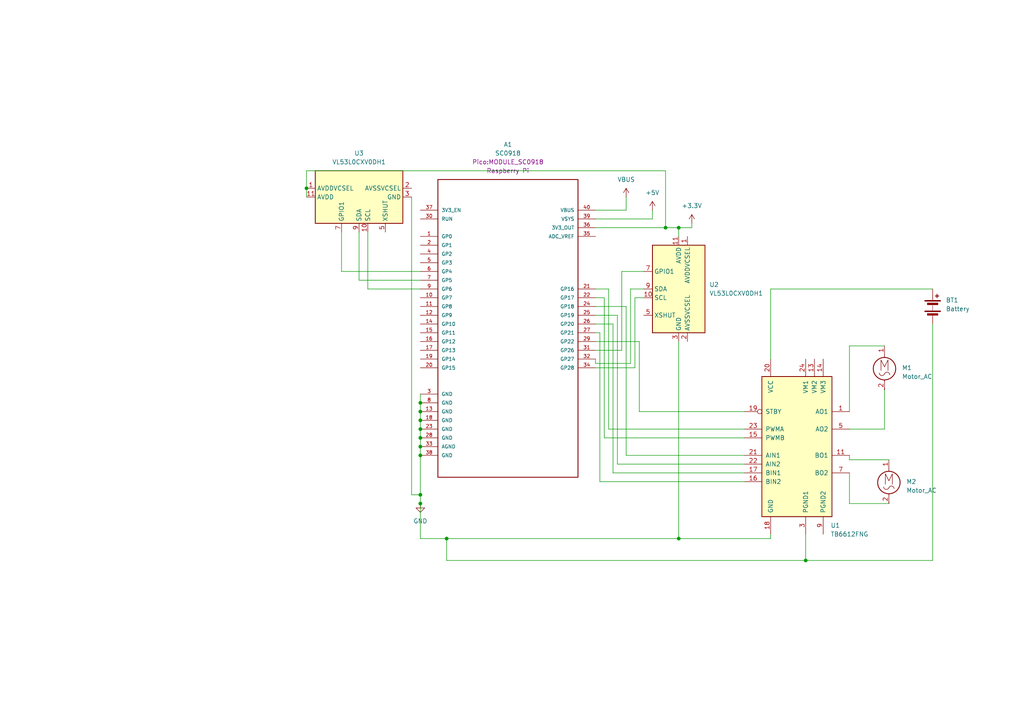
<source format=kicad_sch>
(kicad_sch
	(version 20250114)
	(generator "eeschema")
	(generator_version "9.0")
	(uuid "07943102-457a-4bdf-a629-831e6aeb5dd5")
	(paper "A4")
	(lib_symbols
		(symbol "Device:Battery"
			(pin_numbers
				(hide yes)
			)
			(pin_names
				(offset 0)
				(hide yes)
			)
			(exclude_from_sim no)
			(in_bom yes)
			(on_board yes)
			(property "Reference" "BT"
				(at 2.54 2.54 0)
				(effects
					(font
						(size 1.27 1.27)
					)
					(justify left)
				)
			)
			(property "Value" "Battery"
				(at 2.54 0 0)
				(effects
					(font
						(size 1.27 1.27)
					)
					(justify left)
				)
			)
			(property "Footprint" ""
				(at 0 1.524 90)
				(effects
					(font
						(size 1.27 1.27)
					)
					(hide yes)
				)
			)
			(property "Datasheet" "~"
				(at 0 1.524 90)
				(effects
					(font
						(size 1.27 1.27)
					)
					(hide yes)
				)
			)
			(property "Description" "Multiple-cell battery"
				(at 0 0 0)
				(effects
					(font
						(size 1.27 1.27)
					)
					(hide yes)
				)
			)
			(property "ki_keywords" "batt voltage-source cell"
				(at 0 0 0)
				(effects
					(font
						(size 1.27 1.27)
					)
					(hide yes)
				)
			)
			(symbol "Battery_0_1"
				(rectangle
					(start -2.286 1.778)
					(end 2.286 1.524)
					(stroke
						(width 0)
						(type default)
					)
					(fill
						(type outline)
					)
				)
				(rectangle
					(start -2.286 -1.27)
					(end 2.286 -1.524)
					(stroke
						(width 0)
						(type default)
					)
					(fill
						(type outline)
					)
				)
				(rectangle
					(start -1.524 1.016)
					(end 1.524 0.508)
					(stroke
						(width 0)
						(type default)
					)
					(fill
						(type outline)
					)
				)
				(rectangle
					(start -1.524 -2.032)
					(end 1.524 -2.54)
					(stroke
						(width 0)
						(type default)
					)
					(fill
						(type outline)
					)
				)
				(polyline
					(pts
						(xy 0 1.778) (xy 0 2.54)
					)
					(stroke
						(width 0)
						(type default)
					)
					(fill
						(type none)
					)
				)
				(polyline
					(pts
						(xy 0 0) (xy 0 0.254)
					)
					(stroke
						(width 0)
						(type default)
					)
					(fill
						(type none)
					)
				)
				(polyline
					(pts
						(xy 0 -0.508) (xy 0 -0.254)
					)
					(stroke
						(width 0)
						(type default)
					)
					(fill
						(type none)
					)
				)
				(polyline
					(pts
						(xy 0 -1.016) (xy 0 -0.762)
					)
					(stroke
						(width 0)
						(type default)
					)
					(fill
						(type none)
					)
				)
				(polyline
					(pts
						(xy 0.762 3.048) (xy 1.778 3.048)
					)
					(stroke
						(width 0.254)
						(type default)
					)
					(fill
						(type none)
					)
				)
				(polyline
					(pts
						(xy 1.27 3.556) (xy 1.27 2.54)
					)
					(stroke
						(width 0.254)
						(type default)
					)
					(fill
						(type none)
					)
				)
			)
			(symbol "Battery_1_1"
				(pin passive line
					(at 0 5.08 270)
					(length 2.54)
					(name "+"
						(effects
							(font
								(size 1.27 1.27)
							)
						)
					)
					(number "1"
						(effects
							(font
								(size 1.27 1.27)
							)
						)
					)
				)
				(pin passive line
					(at 0 -5.08 90)
					(length 2.54)
					(name "-"
						(effects
							(font
								(size 1.27 1.27)
							)
						)
					)
					(number "2"
						(effects
							(font
								(size 1.27 1.27)
							)
						)
					)
				)
			)
			(embedded_fonts no)
		)
		(symbol "Driver_Motor:TB6612FNG"
			(pin_names
				(offset 1.016)
			)
			(exclude_from_sim no)
			(in_bom yes)
			(on_board yes)
			(property "Reference" "U"
				(at 11.43 17.78 0)
				(effects
					(font
						(size 1.27 1.27)
					)
					(justify left)
				)
			)
			(property "Value" "TB6612FNG"
				(at 11.43 15.24 0)
				(effects
					(font
						(size 1.27 1.27)
					)
					(justify left)
				)
			)
			(property "Footprint" "Package_SO:SSOP-24_5.3x8.2mm_P0.65mm"
				(at 33.02 -22.86 0)
				(effects
					(font
						(size 1.27 1.27)
					)
					(hide yes)
				)
			)
			(property "Datasheet" "https://toshiba.semicon-storage.com/us/product/linear/motordriver/detail.TB6612FNG.html"
				(at 11.43 15.24 0)
				(effects
					(font
						(size 1.27 1.27)
					)
					(hide yes)
				)
			)
			(property "Description" "Driver IC for Dual DC motor, SSOP-24"
				(at 0 0 0)
				(effects
					(font
						(size 1.27 1.27)
					)
					(hide yes)
				)
			)
			(property "ki_keywords" "H-bridge motor driver"
				(at 0 0 0)
				(effects
					(font
						(size 1.27 1.27)
					)
					(hide yes)
				)
			)
			(property "ki_fp_filters" "SSOP-24*5.3x8.2mm*P0.65mm*"
				(at 0 0 0)
				(effects
					(font
						(size 1.27 1.27)
					)
					(hide yes)
				)
			)
			(symbol "TB6612FNG_0_1"
				(rectangle
					(start -10.16 20.32)
					(end 10.16 -20.32)
					(stroke
						(width 0.254)
						(type default)
					)
					(fill
						(type background)
					)
				)
			)
			(symbol "TB6612FNG_1_1"
				(pin input inverted
					(at -15.24 10.16 0)
					(length 5.08)
					(name "STBY"
						(effects
							(font
								(size 1.27 1.27)
							)
						)
					)
					(number "19"
						(effects
							(font
								(size 1.27 1.27)
							)
						)
					)
				)
				(pin input line
					(at -15.24 5.08 0)
					(length 5.08)
					(name "PWMA"
						(effects
							(font
								(size 1.27 1.27)
							)
						)
					)
					(number "23"
						(effects
							(font
								(size 1.27 1.27)
							)
						)
					)
				)
				(pin input line
					(at -15.24 2.54 0)
					(length 5.08)
					(name "PWMB"
						(effects
							(font
								(size 1.27 1.27)
							)
						)
					)
					(number "15"
						(effects
							(font
								(size 1.27 1.27)
							)
						)
					)
				)
				(pin input line
					(at -15.24 -2.54 0)
					(length 5.08)
					(name "AIN1"
						(effects
							(font
								(size 1.27 1.27)
							)
						)
					)
					(number "21"
						(effects
							(font
								(size 1.27 1.27)
							)
						)
					)
				)
				(pin input line
					(at -15.24 -5.08 0)
					(length 5.08)
					(name "AIN2"
						(effects
							(font
								(size 1.27 1.27)
							)
						)
					)
					(number "22"
						(effects
							(font
								(size 1.27 1.27)
							)
						)
					)
				)
				(pin input line
					(at -15.24 -7.62 0)
					(length 5.08)
					(name "BIN1"
						(effects
							(font
								(size 1.27 1.27)
							)
						)
					)
					(number "17"
						(effects
							(font
								(size 1.27 1.27)
							)
						)
					)
				)
				(pin input line
					(at -15.24 -10.16 0)
					(length 5.08)
					(name "BIN2"
						(effects
							(font
								(size 1.27 1.27)
							)
						)
					)
					(number "16"
						(effects
							(font
								(size 1.27 1.27)
							)
						)
					)
				)
				(pin power_in line
					(at -7.62 25.4 270)
					(length 5.08)
					(name "VCC"
						(effects
							(font
								(size 1.27 1.27)
							)
						)
					)
					(number "20"
						(effects
							(font
								(size 1.27 1.27)
							)
						)
					)
				)
				(pin power_in line
					(at -7.62 -25.4 90)
					(length 5.08)
					(name "GND"
						(effects
							(font
								(size 1.27 1.27)
							)
						)
					)
					(number "18"
						(effects
							(font
								(size 1.27 1.27)
							)
						)
					)
				)
				(pin power_in line
					(at 2.54 25.4 270)
					(length 5.08)
					(name "VM1"
						(effects
							(font
								(size 1.27 1.27)
							)
						)
					)
					(number "24"
						(effects
							(font
								(size 1.27 1.27)
							)
						)
					)
				)
				(pin power_in line
					(at 2.54 -25.4 90)
					(length 5.08)
					(name "PGND1"
						(effects
							(font
								(size 1.27 1.27)
							)
						)
					)
					(number "3"
						(effects
							(font
								(size 1.27 1.27)
							)
						)
					)
				)
				(pin passive line
					(at 2.54 -25.4 90)
					(length 5.08)
					(hide yes)
					(name "PGND1"
						(effects
							(font
								(size 1.27 1.27)
							)
						)
					)
					(number "4"
						(effects
							(font
								(size 1.27 1.27)
							)
						)
					)
				)
				(pin power_in line
					(at 5.08 25.4 270)
					(length 5.08)
					(name "VM2"
						(effects
							(font
								(size 1.27 1.27)
							)
						)
					)
					(number "13"
						(effects
							(font
								(size 1.27 1.27)
							)
						)
					)
				)
				(pin power_in line
					(at 7.62 25.4 270)
					(length 5.08)
					(name "VM3"
						(effects
							(font
								(size 1.27 1.27)
							)
						)
					)
					(number "14"
						(effects
							(font
								(size 1.27 1.27)
							)
						)
					)
				)
				(pin passive line
					(at 7.62 -25.4 90)
					(length 5.08)
					(hide yes)
					(name "PGND2"
						(effects
							(font
								(size 1.27 1.27)
							)
						)
					)
					(number "10"
						(effects
							(font
								(size 1.27 1.27)
							)
						)
					)
				)
				(pin power_in line
					(at 7.62 -25.4 90)
					(length 5.08)
					(name "PGND2"
						(effects
							(font
								(size 1.27 1.27)
							)
						)
					)
					(number "9"
						(effects
							(font
								(size 1.27 1.27)
							)
						)
					)
				)
				(pin output line
					(at 15.24 10.16 180)
					(length 5.08)
					(name "AO1"
						(effects
							(font
								(size 1.27 1.27)
							)
						)
					)
					(number "1"
						(effects
							(font
								(size 1.27 1.27)
							)
						)
					)
				)
				(pin passive line
					(at 15.24 10.16 180)
					(length 5.08)
					(hide yes)
					(name "AO1"
						(effects
							(font
								(size 1.27 1.27)
							)
						)
					)
					(number "2"
						(effects
							(font
								(size 1.27 1.27)
							)
						)
					)
				)
				(pin output line
					(at 15.24 5.08 180)
					(length 5.08)
					(name "AO2"
						(effects
							(font
								(size 1.27 1.27)
							)
						)
					)
					(number "5"
						(effects
							(font
								(size 1.27 1.27)
							)
						)
					)
				)
				(pin passive line
					(at 15.24 5.08 180)
					(length 5.08)
					(hide yes)
					(name "AO2"
						(effects
							(font
								(size 1.27 1.27)
							)
						)
					)
					(number "6"
						(effects
							(font
								(size 1.27 1.27)
							)
						)
					)
				)
				(pin output line
					(at 15.24 -2.54 180)
					(length 5.08)
					(name "BO1"
						(effects
							(font
								(size 1.27 1.27)
							)
						)
					)
					(number "11"
						(effects
							(font
								(size 1.27 1.27)
							)
						)
					)
				)
				(pin passive line
					(at 15.24 -2.54 180)
					(length 5.08)
					(hide yes)
					(name "BO1"
						(effects
							(font
								(size 1.27 1.27)
							)
						)
					)
					(number "12"
						(effects
							(font
								(size 1.27 1.27)
							)
						)
					)
				)
				(pin output line
					(at 15.24 -7.62 180)
					(length 5.08)
					(name "BO2"
						(effects
							(font
								(size 1.27 1.27)
							)
						)
					)
					(number "7"
						(effects
							(font
								(size 1.27 1.27)
							)
						)
					)
				)
				(pin passive line
					(at 15.24 -7.62 180)
					(length 5.08)
					(hide yes)
					(name "BO2"
						(effects
							(font
								(size 1.27 1.27)
							)
						)
					)
					(number "8"
						(effects
							(font
								(size 1.27 1.27)
							)
						)
					)
				)
			)
			(embedded_fonts no)
		)
		(symbol "Motor:Motor_AC"
			(pin_names
				(offset 0)
			)
			(exclude_from_sim no)
			(in_bom yes)
			(on_board yes)
			(property "Reference" "M"
				(at 2.54 2.54 0)
				(effects
					(font
						(size 1.27 1.27)
					)
					(justify left)
				)
			)
			(property "Value" "Motor_AC"
				(at 2.54 -5.08 0)
				(effects
					(font
						(size 1.27 1.27)
					)
					(justify left top)
				)
			)
			(property "Footprint" ""
				(at 0 -2.286 0)
				(effects
					(font
						(size 1.27 1.27)
					)
					(hide yes)
				)
			)
			(property "Datasheet" "~"
				(at 0 -2.286 0)
				(effects
					(font
						(size 1.27 1.27)
					)
					(hide yes)
				)
			)
			(property "Description" "AC Motor"
				(at 0 0 0)
				(effects
					(font
						(size 1.27 1.27)
					)
					(hide yes)
				)
			)
			(property "ki_keywords" "AC Motor"
				(at 0 0 0)
				(effects
					(font
						(size 1.27 1.27)
					)
					(hide yes)
				)
			)
			(property "ki_fp_filters" "PinHeader*P2.54mm* TerminalBlock*"
				(at 0 0 0)
				(effects
					(font
						(size 1.27 1.27)
					)
					(hide yes)
				)
			)
			(symbol "Motor_AC_0_0"
				(polyline
					(pts
						(xy -1.016 -2.032) (xy -1.016 1.016) (xy 0 -1.016) (xy 1.016 1.016) (xy 1.016 -2.032)
					)
					(stroke
						(width 0)
						(type default)
					)
					(fill
						(type none)
					)
				)
				(arc
					(start 0 -3.048)
					(mid -0.8622 -3.5222)
					(end -1.524 -2.794)
					(stroke
						(width 0)
						(type default)
					)
					(fill
						(type none)
					)
				)
				(arc
					(start 0 -3.048)
					(mid 0.8657 -2.5527)
					(end 1.524 -3.302)
					(stroke
						(width 0)
						(type default)
					)
					(fill
						(type none)
					)
				)
			)
			(symbol "Motor_AC_0_1"
				(polyline
					(pts
						(xy 0 2.032) (xy 0 2.54)
					)
					(stroke
						(width 0)
						(type default)
					)
					(fill
						(type none)
					)
				)
				(polyline
					(pts
						(xy 0 1.7272) (xy 0 2.0828)
					)
					(stroke
						(width 0)
						(type default)
					)
					(fill
						(type none)
					)
				)
				(circle
					(center 0 -1.524)
					(radius 3.2512)
					(stroke
						(width 0.254)
						(type default)
					)
					(fill
						(type none)
					)
				)
				(polyline
					(pts
						(xy 0 -4.7752) (xy 0 -5.1816)
					)
					(stroke
						(width 0)
						(type default)
					)
					(fill
						(type none)
					)
				)
				(polyline
					(pts
						(xy 0 -7.62) (xy 0 -7.112)
					)
					(stroke
						(width 0)
						(type default)
					)
					(fill
						(type none)
					)
				)
			)
			(symbol "Motor_AC_1_1"
				(pin passive line
					(at 0 5.08 270)
					(length 2.54)
					(name "~"
						(effects
							(font
								(size 1.27 1.27)
							)
						)
					)
					(number "1"
						(effects
							(font
								(size 1.27 1.27)
							)
						)
					)
				)
				(pin passive line
					(at 0 -7.62 90)
					(length 2.54)
					(name "~"
						(effects
							(font
								(size 1.27 1.27)
							)
						)
					)
					(number "2"
						(effects
							(font
								(size 1.27 1.27)
							)
						)
					)
				)
			)
			(embedded_fonts no)
		)
		(symbol "Pico:SC0918"
			(pin_names
				(offset 1.016)
			)
			(exclude_from_sim no)
			(in_bom yes)
			(on_board yes)
			(property "Reference" "A1"
				(at 0 58.42 0)
				(effects
					(font
						(size 1.27 1.27)
					)
				)
			)
			(property "Value" "SC0918"
				(at 0 55.88 0)
				(effects
					(font
						(size 1.27 1.27)
					)
				)
			)
			(property "Footprint" "Pico:MODULE_SC0918"
				(at -12.7 -46.99 0)
				(effects
					(font
						(size 1.27 1.27)
					)
					(justify bottom)
				)
			)
			(property "Datasheet" "https://datasheets.raspberrypi.com/picow/pico-w-datasheet.pdf"
				(at -26.67 -49.53 0)
				(effects
					(font
						(size 1.27 1.27)
					)
					(justify left bottom)
					(hide yes)
				)
			)
			(property "Description" ""
				(at 0 0 0)
				(effects
					(font
						(size 1.27 1.27)
					)
					(hide yes)
				)
			)
			(property "manufacturer" "Raspberry Pi"
				(at 0 53.34 0)
				(effects
					(font
						(size 1.27 1.27)
					)
				)
			)
			(property "P/N" "SC0918"
				(at 0 50.8 0)
				(effects
					(font
						(size 1.27 1.27)
					)
					(hide yes)
				)
			)
			(property "PARTREV" "1.6"
				(at 0 48.26 0)
				(effects
					(font
						(size 1.27 1.27)
					)
					(hide yes)
				)
			)
			(property "MAXIMUM_PACKAGE_HEIGHT" "3.73mm"
				(at 0 45.72 0)
				(effects
					(font
						(size 1.27 1.27)
					)
					(hide yes)
				)
			)
			(symbol "SC0918_0_0"
				(rectangle
					(start -20.32 -43.18)
					(end 20.32 43.18)
					(stroke
						(width 0.254)
						(type default)
					)
					(fill
						(type none)
					)
				)
				(pin input line
					(at -25.4 34.29 0)
					(length 5.08)
					(name "3V3_EN"
						(effects
							(font
								(size 1.016 1.016)
							)
						)
					)
					(number "37"
						(effects
							(font
								(size 1.016 1.016)
							)
						)
					)
				)
				(pin input line
					(at -25.4 31.75 0)
					(length 5.08)
					(name "RUN"
						(effects
							(font
								(size 1.016 1.016)
							)
						)
					)
					(number "30"
						(effects
							(font
								(size 1.016 1.016)
							)
						)
					)
				)
				(pin bidirectional line
					(at -25.4 26.67 0)
					(length 5.08)
					(name "GP0"
						(effects
							(font
								(size 1.016 1.016)
							)
						)
					)
					(number "1"
						(effects
							(font
								(size 1.016 1.016)
							)
						)
					)
				)
				(pin bidirectional line
					(at -25.4 24.13 0)
					(length 5.08)
					(name "GP1"
						(effects
							(font
								(size 1.016 1.016)
							)
						)
					)
					(number "2"
						(effects
							(font
								(size 1.016 1.016)
							)
						)
					)
				)
				(pin bidirectional line
					(at -25.4 21.59 0)
					(length 5.08)
					(name "GP2"
						(effects
							(font
								(size 1.016 1.016)
							)
						)
					)
					(number "4"
						(effects
							(font
								(size 1.016 1.016)
							)
						)
					)
				)
				(pin bidirectional line
					(at -25.4 19.05 0)
					(length 5.08)
					(name "GP3"
						(effects
							(font
								(size 1.016 1.016)
							)
						)
					)
					(number "5"
						(effects
							(font
								(size 1.016 1.016)
							)
						)
					)
				)
				(pin bidirectional line
					(at -25.4 16.51 0)
					(length 5.08)
					(name "GP4"
						(effects
							(font
								(size 1.016 1.016)
							)
						)
					)
					(number "6"
						(effects
							(font
								(size 1.016 1.016)
							)
						)
					)
				)
				(pin bidirectional line
					(at -25.4 13.97 0)
					(length 5.08)
					(name "GP5"
						(effects
							(font
								(size 1.016 1.016)
							)
						)
					)
					(number "7"
						(effects
							(font
								(size 1.016 1.016)
							)
						)
					)
				)
				(pin bidirectional line
					(at -25.4 11.43 0)
					(length 5.08)
					(name "GP6"
						(effects
							(font
								(size 1.016 1.016)
							)
						)
					)
					(number "9"
						(effects
							(font
								(size 1.016 1.016)
							)
						)
					)
				)
				(pin bidirectional line
					(at -25.4 8.89 0)
					(length 5.08)
					(name "GP7"
						(effects
							(font
								(size 1.016 1.016)
							)
						)
					)
					(number "10"
						(effects
							(font
								(size 1.016 1.016)
							)
						)
					)
				)
				(pin bidirectional line
					(at -25.4 6.35 0)
					(length 5.08)
					(name "GP8"
						(effects
							(font
								(size 1.016 1.016)
							)
						)
					)
					(number "11"
						(effects
							(font
								(size 1.016 1.016)
							)
						)
					)
				)
				(pin bidirectional line
					(at -25.4 3.81 0)
					(length 5.08)
					(name "GP9"
						(effects
							(font
								(size 1.016 1.016)
							)
						)
					)
					(number "12"
						(effects
							(font
								(size 1.016 1.016)
							)
						)
					)
				)
				(pin bidirectional line
					(at -25.4 1.27 0)
					(length 5.08)
					(name "GP10"
						(effects
							(font
								(size 1.016 1.016)
							)
						)
					)
					(number "14"
						(effects
							(font
								(size 1.016 1.016)
							)
						)
					)
				)
				(pin bidirectional line
					(at -25.4 -1.27 0)
					(length 5.08)
					(name "GP11"
						(effects
							(font
								(size 1.016 1.016)
							)
						)
					)
					(number "15"
						(effects
							(font
								(size 1.016 1.016)
							)
						)
					)
				)
				(pin bidirectional line
					(at -25.4 -3.81 0)
					(length 5.08)
					(name "GP12"
						(effects
							(font
								(size 1.016 1.016)
							)
						)
					)
					(number "16"
						(effects
							(font
								(size 1.016 1.016)
							)
						)
					)
				)
				(pin bidirectional line
					(at -25.4 -6.35 0)
					(length 5.08)
					(name "GP13"
						(effects
							(font
								(size 1.016 1.016)
							)
						)
					)
					(number "17"
						(effects
							(font
								(size 1.016 1.016)
							)
						)
					)
				)
				(pin bidirectional line
					(at -25.4 -8.89 0)
					(length 5.08)
					(name "GP14"
						(effects
							(font
								(size 1.016 1.016)
							)
						)
					)
					(number "19"
						(effects
							(font
								(size 1.016 1.016)
							)
						)
					)
				)
				(pin bidirectional line
					(at -25.4 -11.43 0)
					(length 5.08)
					(name "GP15"
						(effects
							(font
								(size 1.016 1.016)
							)
						)
					)
					(number "20"
						(effects
							(font
								(size 1.016 1.016)
							)
						)
					)
				)
				(pin power_in line
					(at -25.4 -19.05 0)
					(length 5.08)
					(name "GND"
						(effects
							(font
								(size 1.016 1.016)
							)
						)
					)
					(number "3"
						(effects
							(font
								(size 1.016 1.016)
							)
						)
					)
				)
				(pin power_in line
					(at -25.4 -21.59 0)
					(length 5.08)
					(name "GND"
						(effects
							(font
								(size 1.016 1.016)
							)
						)
					)
					(number "8"
						(effects
							(font
								(size 1.016 1.016)
							)
						)
					)
				)
				(pin power_in line
					(at -25.4 -24.13 0)
					(length 5.08)
					(name "GND"
						(effects
							(font
								(size 1.016 1.016)
							)
						)
					)
					(number "13"
						(effects
							(font
								(size 1.016 1.016)
							)
						)
					)
				)
				(pin power_in line
					(at -25.4 -26.67 0)
					(length 5.08)
					(name "GND"
						(effects
							(font
								(size 1.016 1.016)
							)
						)
					)
					(number "18"
						(effects
							(font
								(size 1.016 1.016)
							)
						)
					)
				)
				(pin power_in line
					(at -25.4 -29.21 0)
					(length 5.08)
					(name "GND"
						(effects
							(font
								(size 1.016 1.016)
							)
						)
					)
					(number "23"
						(effects
							(font
								(size 1.016 1.016)
							)
						)
					)
				)
				(pin power_in line
					(at -25.4 -31.75 0)
					(length 5.08)
					(name "GND"
						(effects
							(font
								(size 1.016 1.016)
							)
						)
					)
					(number "28"
						(effects
							(font
								(size 1.016 1.016)
							)
						)
					)
				)
				(pin power_in line
					(at -25.4 -34.29 0)
					(length 5.08)
					(name "AGND"
						(effects
							(font
								(size 1.016 1.016)
							)
						)
					)
					(number "33"
						(effects
							(font
								(size 1.016 1.016)
							)
						)
					)
				)
				(pin power_in line
					(at -25.4 -36.83 0)
					(length 5.08)
					(name "GND"
						(effects
							(font
								(size 1.016 1.016)
							)
						)
					)
					(number "38"
						(effects
							(font
								(size 1.016 1.016)
							)
						)
					)
				)
				(pin free line
					(at 25.4 34.29 180)
					(length 5.08)
					(name "VBUS"
						(effects
							(font
								(size 1.016 1.016)
							)
						)
					)
					(number "40"
						(effects
							(font
								(size 1.016 1.016)
							)
						)
					)
				)
				(pin free line
					(at 25.4 31.75 180)
					(length 5.08)
					(name "VSYS"
						(effects
							(font
								(size 1.016 1.016)
							)
						)
					)
					(number "39"
						(effects
							(font
								(size 1.016 1.016)
							)
						)
					)
				)
				(pin power_in line
					(at 25.4 29.21 180)
					(length 5.08)
					(name "3V3_OUT"
						(effects
							(font
								(size 1.016 1.016)
							)
						)
					)
					(number "36"
						(effects
							(font
								(size 1.016 1.016)
							)
						)
					)
				)
				(pin power_in line
					(at 25.4 26.67 180)
					(length 5.08)
					(name "ADC_VREF"
						(effects
							(font
								(size 1.016 1.016)
							)
						)
					)
					(number "35"
						(effects
							(font
								(size 1.016 1.016)
							)
						)
					)
				)
				(pin bidirectional line
					(at 25.4 11.43 180)
					(length 5.08)
					(name "GP16"
						(effects
							(font
								(size 1.016 1.016)
							)
						)
					)
					(number "21"
						(effects
							(font
								(size 1.016 1.016)
							)
						)
					)
				)
				(pin bidirectional line
					(at 25.4 8.89 180)
					(length 5.08)
					(name "GP17"
						(effects
							(font
								(size 1.016 1.016)
							)
						)
					)
					(number "22"
						(effects
							(font
								(size 1.016 1.016)
							)
						)
					)
				)
				(pin bidirectional line
					(at 25.4 6.35 180)
					(length 5.08)
					(name "GP18"
						(effects
							(font
								(size 1.016 1.016)
							)
						)
					)
					(number "24"
						(effects
							(font
								(size 1.016 1.016)
							)
						)
					)
				)
				(pin bidirectional line
					(at 25.4 3.81 180)
					(length 5.08)
					(name "GP19"
						(effects
							(font
								(size 1.016 1.016)
							)
						)
					)
					(number "25"
						(effects
							(font
								(size 1.016 1.016)
							)
						)
					)
				)
				(pin bidirectional line
					(at 25.4 1.27 180)
					(length 5.08)
					(name "GP20"
						(effects
							(font
								(size 1.016 1.016)
							)
						)
					)
					(number "26"
						(effects
							(font
								(size 1.016 1.016)
							)
						)
					)
				)
				(pin bidirectional line
					(at 25.4 -1.27 180)
					(length 5.08)
					(name "GP21"
						(effects
							(font
								(size 1.016 1.016)
							)
						)
					)
					(number "27"
						(effects
							(font
								(size 1.016 1.016)
							)
						)
					)
				)
				(pin bidirectional line
					(at 25.4 -3.81 180)
					(length 5.08)
					(name "GP22"
						(effects
							(font
								(size 1.016 1.016)
							)
						)
					)
					(number "29"
						(effects
							(font
								(size 1.016 1.016)
							)
						)
					)
				)
				(pin bidirectional line
					(at 25.4 -6.35 180)
					(length 5.08)
					(name "GP26"
						(effects
							(font
								(size 1.016 1.016)
							)
						)
					)
					(number "31"
						(effects
							(font
								(size 1.016 1.016)
							)
						)
					)
				)
				(pin bidirectional line
					(at 25.4 -8.89 180)
					(length 5.08)
					(name "GP27"
						(effects
							(font
								(size 1.016 1.016)
							)
						)
					)
					(number "32"
						(effects
							(font
								(size 1.016 1.016)
							)
						)
					)
				)
				(pin bidirectional line
					(at 25.4 -11.43 180)
					(length 5.08)
					(name "GP28"
						(effects
							(font
								(size 1.016 1.016)
							)
						)
					)
					(number "34"
						(effects
							(font
								(size 1.016 1.016)
							)
						)
					)
				)
			)
			(embedded_fonts no)
		)
		(symbol "Sensor_Distance:VL53L0CXV0DH1"
			(exclude_from_sim no)
			(in_bom yes)
			(on_board yes)
			(property "Reference" "U"
				(at -6.35 13.97 0)
				(effects
					(font
						(size 1.27 1.27)
					)
				)
			)
			(property "Value" "VL53L0CXV0DH1"
				(at 12.065 13.97 0)
				(effects
					(font
						(size 1.27 1.27)
					)
				)
			)
			(property "Footprint" "Sensor_Distance:ST_VL53L1x"
				(at 17.145 -13.97 0)
				(effects
					(font
						(size 1.27 1.27)
					)
					(hide yes)
				)
			)
			(property "Datasheet" "https://www.st.com/resource/en/datasheet/vl53l0x.pdf"
				(at 2.54 0 0)
				(effects
					(font
						(size 1.27 1.27)
					)
					(hide yes)
				)
			)
			(property "Description" "2m distance ranging ToF sensor, Optical LGA12"
				(at 0 0 0)
				(effects
					(font
						(size 1.27 1.27)
					)
					(hide yes)
				)
			)
			(property "ki_keywords" "VL53L0x ToF"
				(at 0 0 0)
				(effects
					(font
						(size 1.27 1.27)
					)
					(hide yes)
				)
			)
			(property "ki_fp_filters" "ST*VL53L1x*"
				(at 0 0 0)
				(effects
					(font
						(size 1.27 1.27)
					)
					(hide yes)
				)
			)
			(symbol "VL53L0CXV0DH1_0_1"
				(rectangle
					(start -7.62 12.7)
					(end 7.62 -12.7)
					(stroke
						(width 0.254)
						(type default)
					)
					(fill
						(type background)
					)
				)
			)
			(symbol "VL53L0CXV0DH1_1_1"
				(pin open_collector line
					(at -10.16 5.08 0)
					(length 2.54)
					(name "GPIO1"
						(effects
							(font
								(size 1.27 1.27)
							)
						)
					)
					(number "7"
						(effects
							(font
								(size 1.27 1.27)
							)
						)
					)
				)
				(pin bidirectional line
					(at -10.16 0 0)
					(length 2.54)
					(name "SDA"
						(effects
							(font
								(size 1.27 1.27)
							)
						)
					)
					(number "9"
						(effects
							(font
								(size 1.27 1.27)
							)
						)
					)
				)
				(pin input line
					(at -10.16 -2.54 0)
					(length 2.54)
					(name "SCL"
						(effects
							(font
								(size 1.27 1.27)
							)
						)
					)
					(number "10"
						(effects
							(font
								(size 1.27 1.27)
							)
						)
					)
				)
				(pin input line
					(at -10.16 -7.62 0)
					(length 2.54)
					(name "XSHUT"
						(effects
							(font
								(size 1.27 1.27)
							)
						)
					)
					(number "5"
						(effects
							(font
								(size 1.27 1.27)
							)
						)
					)
				)
				(pin no_connect line
					(at -7.62 7.62 0)
					(length 2.54)
					(hide yes)
					(name "DNC"
						(effects
							(font
								(size 1.27 1.27)
							)
						)
					)
					(number "8"
						(effects
							(font
								(size 1.27 1.27)
							)
						)
					)
				)
				(pin power_in line
					(at 0 15.24 270)
					(length 2.54)
					(name "AVDD"
						(effects
							(font
								(size 1.27 1.27)
							)
						)
					)
					(number "11"
						(effects
							(font
								(size 1.27 1.27)
							)
						)
					)
				)
				(pin passive line
					(at 0 -15.24 90)
					(length 2.54)
					(hide yes)
					(name "GND"
						(effects
							(font
								(size 1.27 1.27)
							)
						)
					)
					(number "12"
						(effects
							(font
								(size 1.27 1.27)
							)
						)
					)
				)
				(pin power_in line
					(at 0 -15.24 90)
					(length 2.54)
					(name "GND"
						(effects
							(font
								(size 1.27 1.27)
							)
						)
					)
					(number "3"
						(effects
							(font
								(size 1.27 1.27)
							)
						)
					)
				)
				(pin passive line
					(at 0 -15.24 90)
					(length 2.54)
					(hide yes)
					(name "GND"
						(effects
							(font
								(size 1.27 1.27)
							)
						)
					)
					(number "4"
						(effects
							(font
								(size 1.27 1.27)
							)
						)
					)
				)
				(pin passive line
					(at 0 -15.24 90)
					(length 2.54)
					(hide yes)
					(name "GND"
						(effects
							(font
								(size 1.27 1.27)
							)
						)
					)
					(number "6"
						(effects
							(font
								(size 1.27 1.27)
							)
						)
					)
				)
				(pin power_in line
					(at 2.54 15.24 270)
					(length 2.54)
					(name "AVDDVCSEL"
						(effects
							(font
								(size 1.27 1.27)
							)
						)
					)
					(number "1"
						(effects
							(font
								(size 1.27 1.27)
							)
						)
					)
				)
				(pin power_in line
					(at 2.54 -15.24 90)
					(length 2.54)
					(name "AVSSVCSEL"
						(effects
							(font
								(size 1.27 1.27)
							)
						)
					)
					(number "2"
						(effects
							(font
								(size 1.27 1.27)
							)
						)
					)
				)
			)
			(embedded_fonts no)
		)
		(symbol "power:+3.3V"
			(power)
			(pin_numbers
				(hide yes)
			)
			(pin_names
				(offset 0)
				(hide yes)
			)
			(exclude_from_sim no)
			(in_bom yes)
			(on_board yes)
			(property "Reference" "#PWR"
				(at 0 -3.81 0)
				(effects
					(font
						(size 1.27 1.27)
					)
					(hide yes)
				)
			)
			(property "Value" "+3.3V"
				(at 0 3.556 0)
				(effects
					(font
						(size 1.27 1.27)
					)
				)
			)
			(property "Footprint" ""
				(at 0 0 0)
				(effects
					(font
						(size 1.27 1.27)
					)
					(hide yes)
				)
			)
			(property "Datasheet" ""
				(at 0 0 0)
				(effects
					(font
						(size 1.27 1.27)
					)
					(hide yes)
				)
			)
			(property "Description" "Power symbol creates a global label with name \"+3.3V\""
				(at 0 0 0)
				(effects
					(font
						(size 1.27 1.27)
					)
					(hide yes)
				)
			)
			(property "ki_keywords" "global power"
				(at 0 0 0)
				(effects
					(font
						(size 1.27 1.27)
					)
					(hide yes)
				)
			)
			(symbol "+3.3V_0_1"
				(polyline
					(pts
						(xy -0.762 1.27) (xy 0 2.54)
					)
					(stroke
						(width 0)
						(type default)
					)
					(fill
						(type none)
					)
				)
				(polyline
					(pts
						(xy 0 2.54) (xy 0.762 1.27)
					)
					(stroke
						(width 0)
						(type default)
					)
					(fill
						(type none)
					)
				)
				(polyline
					(pts
						(xy 0 0) (xy 0 2.54)
					)
					(stroke
						(width 0)
						(type default)
					)
					(fill
						(type none)
					)
				)
			)
			(symbol "+3.3V_1_1"
				(pin power_in line
					(at 0 0 90)
					(length 0)
					(name "~"
						(effects
							(font
								(size 1.27 1.27)
							)
						)
					)
					(number "1"
						(effects
							(font
								(size 1.27 1.27)
							)
						)
					)
				)
			)
			(embedded_fonts no)
		)
		(symbol "power:+5V"
			(power)
			(pin_numbers
				(hide yes)
			)
			(pin_names
				(offset 0)
				(hide yes)
			)
			(exclude_from_sim no)
			(in_bom yes)
			(on_board yes)
			(property "Reference" "#PWR"
				(at 0 -3.81 0)
				(effects
					(font
						(size 1.27 1.27)
					)
					(hide yes)
				)
			)
			(property "Value" "+5V"
				(at 0 3.556 0)
				(effects
					(font
						(size 1.27 1.27)
					)
				)
			)
			(property "Footprint" ""
				(at 0 0 0)
				(effects
					(font
						(size 1.27 1.27)
					)
					(hide yes)
				)
			)
			(property "Datasheet" ""
				(at 0 0 0)
				(effects
					(font
						(size 1.27 1.27)
					)
					(hide yes)
				)
			)
			(property "Description" "Power symbol creates a global label with name \"+5V\""
				(at 0 0 0)
				(effects
					(font
						(size 1.27 1.27)
					)
					(hide yes)
				)
			)
			(property "ki_keywords" "global power"
				(at 0 0 0)
				(effects
					(font
						(size 1.27 1.27)
					)
					(hide yes)
				)
			)
			(symbol "+5V_0_1"
				(polyline
					(pts
						(xy -0.762 1.27) (xy 0 2.54)
					)
					(stroke
						(width 0)
						(type default)
					)
					(fill
						(type none)
					)
				)
				(polyline
					(pts
						(xy 0 2.54) (xy 0.762 1.27)
					)
					(stroke
						(width 0)
						(type default)
					)
					(fill
						(type none)
					)
				)
				(polyline
					(pts
						(xy 0 0) (xy 0 2.54)
					)
					(stroke
						(width 0)
						(type default)
					)
					(fill
						(type none)
					)
				)
			)
			(symbol "+5V_1_1"
				(pin power_in line
					(at 0 0 90)
					(length 0)
					(name "~"
						(effects
							(font
								(size 1.27 1.27)
							)
						)
					)
					(number "1"
						(effects
							(font
								(size 1.27 1.27)
							)
						)
					)
				)
			)
			(embedded_fonts no)
		)
		(symbol "power:GND"
			(power)
			(pin_numbers
				(hide yes)
			)
			(pin_names
				(offset 0)
				(hide yes)
			)
			(exclude_from_sim no)
			(in_bom yes)
			(on_board yes)
			(property "Reference" "#PWR"
				(at 0 -6.35 0)
				(effects
					(font
						(size 1.27 1.27)
					)
					(hide yes)
				)
			)
			(property "Value" "GND"
				(at 0 -3.81 0)
				(effects
					(font
						(size 1.27 1.27)
					)
				)
			)
			(property "Footprint" ""
				(at 0 0 0)
				(effects
					(font
						(size 1.27 1.27)
					)
					(hide yes)
				)
			)
			(property "Datasheet" ""
				(at 0 0 0)
				(effects
					(font
						(size 1.27 1.27)
					)
					(hide yes)
				)
			)
			(property "Description" "Power symbol creates a global label with name \"GND\" , ground"
				(at 0 0 0)
				(effects
					(font
						(size 1.27 1.27)
					)
					(hide yes)
				)
			)
			(property "ki_keywords" "global power"
				(at 0 0 0)
				(effects
					(font
						(size 1.27 1.27)
					)
					(hide yes)
				)
			)
			(symbol "GND_0_1"
				(polyline
					(pts
						(xy 0 0) (xy 0 -1.27) (xy 1.27 -1.27) (xy 0 -2.54) (xy -1.27 -1.27) (xy 0 -1.27)
					)
					(stroke
						(width 0)
						(type default)
					)
					(fill
						(type none)
					)
				)
			)
			(symbol "GND_1_1"
				(pin power_in line
					(at 0 0 270)
					(length 0)
					(name "~"
						(effects
							(font
								(size 1.27 1.27)
							)
						)
					)
					(number "1"
						(effects
							(font
								(size 1.27 1.27)
							)
						)
					)
				)
			)
			(embedded_fonts no)
		)
		(symbol "power:VBUS"
			(power)
			(pin_numbers
				(hide yes)
			)
			(pin_names
				(offset 0)
				(hide yes)
			)
			(exclude_from_sim no)
			(in_bom yes)
			(on_board yes)
			(property "Reference" "#PWR"
				(at 0 -3.81 0)
				(effects
					(font
						(size 1.27 1.27)
					)
					(hide yes)
				)
			)
			(property "Value" "VBUS"
				(at 0 3.556 0)
				(effects
					(font
						(size 1.27 1.27)
					)
				)
			)
			(property "Footprint" ""
				(at 0 0 0)
				(effects
					(font
						(size 1.27 1.27)
					)
					(hide yes)
				)
			)
			(property "Datasheet" ""
				(at 0 0 0)
				(effects
					(font
						(size 1.27 1.27)
					)
					(hide yes)
				)
			)
			(property "Description" "Power symbol creates a global label with name \"VBUS\""
				(at 0 0 0)
				(effects
					(font
						(size 1.27 1.27)
					)
					(hide yes)
				)
			)
			(property "ki_keywords" "global power"
				(at 0 0 0)
				(effects
					(font
						(size 1.27 1.27)
					)
					(hide yes)
				)
			)
			(symbol "VBUS_0_1"
				(polyline
					(pts
						(xy -0.762 1.27) (xy 0 2.54)
					)
					(stroke
						(width 0)
						(type default)
					)
					(fill
						(type none)
					)
				)
				(polyline
					(pts
						(xy 0 2.54) (xy 0.762 1.27)
					)
					(stroke
						(width 0)
						(type default)
					)
					(fill
						(type none)
					)
				)
				(polyline
					(pts
						(xy 0 0) (xy 0 2.54)
					)
					(stroke
						(width 0)
						(type default)
					)
					(fill
						(type none)
					)
				)
			)
			(symbol "VBUS_1_1"
				(pin power_in line
					(at 0 0 90)
					(length 0)
					(name "~"
						(effects
							(font
								(size 1.27 1.27)
							)
						)
					)
					(number "1"
						(effects
							(font
								(size 1.27 1.27)
							)
						)
					)
				)
			)
			(embedded_fonts no)
		)
	)
	(junction
		(at 121.92 146.05)
		(diameter 0)
		(color 0 0 0 0)
		(uuid "0bf9d5b4-305b-47a3-9a5d-0f1017170e92")
	)
	(junction
		(at 121.92 143.51)
		(diameter 0)
		(color 0 0 0 0)
		(uuid "2008c101-7c47-489d-bed6-928ccdc69423")
	)
	(junction
		(at 121.92 121.92)
		(diameter 0)
		(color 0 0 0 0)
		(uuid "2cfe82fe-393b-47e0-9798-23b86f4f3add")
	)
	(junction
		(at 121.92 129.54)
		(diameter 0)
		(color 0 0 0 0)
		(uuid "451e6a25-9f61-4f89-b47d-863873229d17")
	)
	(junction
		(at 88.9 54.61)
		(diameter 0)
		(color 0 0 0 0)
		(uuid "4cc12114-c5e5-4248-a65c-260c63a25ff2")
	)
	(junction
		(at 121.92 116.84)
		(diameter 0)
		(color 0 0 0 0)
		(uuid "5a2688e0-94ce-44db-8188-34762bf099e1")
	)
	(junction
		(at 129.54 156.21)
		(diameter 0)
		(color 0 0 0 0)
		(uuid "5a3803ec-437c-41cf-a0fe-a2ef8401d986")
	)
	(junction
		(at 196.85 66.04)
		(diameter 0)
		(color 0 0 0 0)
		(uuid "5a856255-7ad4-431f-97ef-501a49810771")
	)
	(junction
		(at 121.92 124.46)
		(diameter 0)
		(color 0 0 0 0)
		(uuid "72ed3fc1-b5be-4733-93b1-5f6d852ac995")
	)
	(junction
		(at 196.85 156.21)
		(diameter 0)
		(color 0 0 0 0)
		(uuid "d335ba4a-5595-4a92-8336-a66a4881f97b")
	)
	(junction
		(at 121.92 132.08)
		(diameter 0)
		(color 0 0 0 0)
		(uuid "d5b35ef9-340c-4445-8e4b-92758e4d9a8a")
	)
	(junction
		(at 233.68 162.56)
		(diameter 0)
		(color 0 0 0 0)
		(uuid "e08e4c82-3f57-4e12-80e5-ee15f2c83390")
	)
	(junction
		(at 121.92 119.38)
		(diameter 0)
		(color 0 0 0 0)
		(uuid "e1caf8a2-8601-4e4a-a09e-dd1fda720995")
	)
	(junction
		(at 193.04 66.04)
		(diameter 0)
		(color 0 0 0 0)
		(uuid "ed1bf3c6-8b3d-4985-b4d4-d598d1b991f0")
	)
	(junction
		(at 121.92 127)
		(diameter 0)
		(color 0 0 0 0)
		(uuid "f8eca6fa-4360-4ccb-b263-ccb932df15f8")
	)
	(wire
		(pts
			(xy 88.9 49.53) (xy 193.04 49.53)
		)
		(stroke
			(width 0)
			(type default)
		)
		(uuid "03356a6d-3942-4552-b659-a5faf739978f")
	)
	(wire
		(pts
			(xy 196.85 156.21) (xy 223.52 156.21)
		)
		(stroke
			(width 0)
			(type default)
		)
		(uuid "0580b518-42b5-41e4-8713-05ff6b8c57dc")
	)
	(wire
		(pts
			(xy 215.9 119.38) (xy 185.42 119.38)
		)
		(stroke
			(width 0)
			(type default)
		)
		(uuid "06889acc-3b3c-4957-80e1-2537e8a6f238")
	)
	(wire
		(pts
			(xy 175.26 86.36) (xy 172.72 86.36)
		)
		(stroke
			(width 0)
			(type default)
		)
		(uuid "0cb91e65-4074-4da6-af77-34002d8f9c17")
	)
	(wire
		(pts
			(xy 176.53 124.46) (xy 176.53 83.82)
		)
		(stroke
			(width 0)
			(type default)
		)
		(uuid "0de37fe6-4220-4b9f-8434-07b41f433d39")
	)
	(wire
		(pts
			(xy 186.69 78.74) (xy 180.34 78.74)
		)
		(stroke
			(width 0)
			(type default)
		)
		(uuid "11eebdd3-985f-4d85-9d82-e0b604f95596")
	)
	(wire
		(pts
			(xy 193.04 66.04) (xy 196.85 66.04)
		)
		(stroke
			(width 0)
			(type default)
		)
		(uuid "134a6b24-9d77-4573-9953-1a1fe78ce88d")
	)
	(wire
		(pts
			(xy 121.92 132.08) (xy 121.92 143.51)
		)
		(stroke
			(width 0)
			(type default)
		)
		(uuid "140acc05-51fc-4349-b857-73a3d9dc9331")
	)
	(wire
		(pts
			(xy 196.85 66.04) (xy 196.85 68.58)
		)
		(stroke
			(width 0)
			(type default)
		)
		(uuid "17dcb08b-8739-4f65-a5be-ea05dc43cdd7")
	)
	(wire
		(pts
			(xy 185.42 119.38) (xy 185.42 99.06)
		)
		(stroke
			(width 0)
			(type default)
		)
		(uuid "1b9d6f77-3c84-4249-adc4-f6c68843206b")
	)
	(wire
		(pts
			(xy 121.92 146.05) (xy 121.92 156.21)
		)
		(stroke
			(width 0)
			(type default)
		)
		(uuid "1bd5cddb-e6fd-4c8b-aa04-5de268e3bcd7")
	)
	(wire
		(pts
			(xy 119.38 143.51) (xy 121.92 143.51)
		)
		(stroke
			(width 0)
			(type default)
		)
		(uuid "1d0f3624-2e2b-4ce1-879d-ff07ee358018")
	)
	(wire
		(pts
			(xy 270.51 162.56) (xy 233.68 162.56)
		)
		(stroke
			(width 0)
			(type default)
		)
		(uuid "20824d37-6548-4e8f-adaa-1f15e940b6aa")
	)
	(wire
		(pts
			(xy 121.92 124.46) (xy 121.92 127)
		)
		(stroke
			(width 0)
			(type default)
		)
		(uuid "232eae53-f2b8-4fa0-9f4b-b8ddeb072025")
	)
	(wire
		(pts
			(xy 182.88 105.41) (xy 172.72 105.41)
		)
		(stroke
			(width 0)
			(type default)
		)
		(uuid "251efccb-a8fb-4792-ad05-b0a9c894990d")
	)
	(wire
		(pts
			(xy 175.26 127) (xy 175.26 86.36)
		)
		(stroke
			(width 0)
			(type default)
		)
		(uuid "26ba87a4-a017-4e3f-8544-64a5786f5eaf")
	)
	(wire
		(pts
			(xy 172.72 63.5) (xy 189.23 63.5)
		)
		(stroke
			(width 0)
			(type default)
		)
		(uuid "2940b92d-5ad9-4e7e-b079-404bb81b4206")
	)
	(wire
		(pts
			(xy 200.66 66.04) (xy 200.66 64.77)
		)
		(stroke
			(width 0)
			(type default)
		)
		(uuid "29703845-81ea-4700-8162-b8d1e5e0a62d")
	)
	(wire
		(pts
			(xy 121.92 114.3) (xy 121.92 116.84)
		)
		(stroke
			(width 0)
			(type default)
		)
		(uuid "2b03e18d-4264-423b-88da-49fc71c039c8")
	)
	(wire
		(pts
			(xy 196.85 66.04) (xy 200.66 66.04)
		)
		(stroke
			(width 0)
			(type default)
		)
		(uuid "2b50558e-1035-455c-9006-3012f7176ce0")
	)
	(wire
		(pts
			(xy 121.92 156.21) (xy 129.54 156.21)
		)
		(stroke
			(width 0)
			(type default)
		)
		(uuid "35f2ca69-6113-4402-836a-bd781beff3b0")
	)
	(wire
		(pts
			(xy 88.9 57.15) (xy 88.9 54.61)
		)
		(stroke
			(width 0)
			(type default)
		)
		(uuid "3de3f1b4-2af2-404e-9ea0-98d63e0a1f85")
	)
	(wire
		(pts
			(xy 233.68 154.94) (xy 233.68 162.56)
		)
		(stroke
			(width 0)
			(type default)
		)
		(uuid "425e684e-848e-4309-9615-1ca52b2c5937")
	)
	(wire
		(pts
			(xy 256.54 113.03) (xy 256.54 124.46)
		)
		(stroke
			(width 0)
			(type default)
		)
		(uuid "45fbc163-9fa1-4459-8c36-6266ad9de944")
	)
	(wire
		(pts
			(xy 121.92 143.51) (xy 121.92 146.05)
		)
		(stroke
			(width 0)
			(type default)
		)
		(uuid "4690f328-dfc4-4732-b1bc-6cd9f3b28b07")
	)
	(wire
		(pts
			(xy 215.9 134.62) (xy 179.07 134.62)
		)
		(stroke
			(width 0)
			(type default)
		)
		(uuid "46b2b6e1-9f7a-4799-9aa3-9fce6cada7f4")
	)
	(wire
		(pts
			(xy 106.68 67.31) (xy 106.68 83.82)
		)
		(stroke
			(width 0)
			(type default)
		)
		(uuid "47edb1fa-ff74-4024-a73a-47647e50f707")
	)
	(wire
		(pts
			(xy 104.14 81.28) (xy 121.92 81.28)
		)
		(stroke
			(width 0)
			(type default)
		)
		(uuid "48bf9cfa-182d-4272-b247-e8d09b9d48b8")
	)
	(wire
		(pts
			(xy 172.72 66.04) (xy 193.04 66.04)
		)
		(stroke
			(width 0)
			(type default)
		)
		(uuid "4f329227-7aba-426d-a5ff-a6049aed11f7")
	)
	(wire
		(pts
			(xy 223.52 83.82) (xy 223.52 104.14)
		)
		(stroke
			(width 0)
			(type default)
		)
		(uuid "54c2f902-2d87-46a8-ab47-640196a14d64")
	)
	(wire
		(pts
			(xy 121.92 127) (xy 121.92 129.54)
		)
		(stroke
			(width 0)
			(type default)
		)
		(uuid "553de31b-b277-4419-8e46-1a8a866ed4a8")
	)
	(wire
		(pts
			(xy 121.92 129.54) (xy 121.92 132.08)
		)
		(stroke
			(width 0)
			(type default)
		)
		(uuid "59c2a5f6-0a73-4f4d-9c39-4208fc170f81")
	)
	(wire
		(pts
			(xy 196.85 99.06) (xy 196.85 156.21)
		)
		(stroke
			(width 0)
			(type default)
		)
		(uuid "5c4896d4-7d97-4b28-8831-3f5f54def65f")
	)
	(wire
		(pts
			(xy 99.06 67.31) (xy 99.06 78.74)
		)
		(stroke
			(width 0)
			(type default)
		)
		(uuid "5cbd6d7a-af4b-4bf9-8227-3139e56d5987")
	)
	(wire
		(pts
			(xy 256.54 124.46) (xy 246.38 124.46)
		)
		(stroke
			(width 0)
			(type default)
		)
		(uuid "6043be02-6885-4a9b-adf2-918ad480f329")
	)
	(wire
		(pts
			(xy 172.72 60.96) (xy 181.61 60.96)
		)
		(stroke
			(width 0)
			(type default)
		)
		(uuid "61dc638e-082f-43c2-95b3-3726c287e2f8")
	)
	(wire
		(pts
			(xy 256.54 100.33) (xy 246.38 100.33)
		)
		(stroke
			(width 0)
			(type default)
		)
		(uuid "65a33088-bfa7-434a-8688-3073799fdc70")
	)
	(wire
		(pts
			(xy 186.69 86.36) (xy 184.15 86.36)
		)
		(stroke
			(width 0)
			(type default)
		)
		(uuid "6ded6697-30d6-4e7a-b136-ae1c63f38106")
	)
	(wire
		(pts
			(xy 182.88 83.82) (xy 182.88 105.41)
		)
		(stroke
			(width 0)
			(type default)
		)
		(uuid "721ea562-7e08-48d4-94d1-e79929d0bd5a")
	)
	(wire
		(pts
			(xy 186.69 83.82) (xy 182.88 83.82)
		)
		(stroke
			(width 0)
			(type default)
		)
		(uuid "75b6aac2-9ffb-4d77-a69e-c3c64038f7a2")
	)
	(wire
		(pts
			(xy 215.9 132.08) (xy 181.61 132.08)
		)
		(stroke
			(width 0)
			(type default)
		)
		(uuid "75e834bd-b8a3-4db1-9b6d-9cedf93cf89c")
	)
	(wire
		(pts
			(xy 246.38 133.35) (xy 246.38 132.08)
		)
		(stroke
			(width 0)
			(type default)
		)
		(uuid "79f938d2-e35d-4dae-a6ec-e5b3e1ffcc83")
	)
	(wire
		(pts
			(xy 129.54 156.21) (xy 196.85 156.21)
		)
		(stroke
			(width 0)
			(type default)
		)
		(uuid "7b734d21-a209-464a-b506-2a0f6ed1659a")
	)
	(wire
		(pts
			(xy 173.99 139.7) (xy 173.99 96.52)
		)
		(stroke
			(width 0)
			(type default)
		)
		(uuid "7f3899aa-009c-4d29-84f8-98abea57a664")
	)
	(wire
		(pts
			(xy 184.15 106.68) (xy 172.72 106.68)
		)
		(stroke
			(width 0)
			(type default)
		)
		(uuid "80dedeb5-1ffa-449c-9313-c57cdc36f75c")
	)
	(wire
		(pts
			(xy 215.9 139.7) (xy 173.99 139.7)
		)
		(stroke
			(width 0)
			(type default)
		)
		(uuid "84a99ea2-776f-4b36-807b-6439ff319c53")
	)
	(wire
		(pts
			(xy 179.07 91.44) (xy 172.72 91.44)
		)
		(stroke
			(width 0)
			(type default)
		)
		(uuid "8a34c301-f342-4fee-a190-822277fade3e")
	)
	(wire
		(pts
			(xy 172.72 101.6) (xy 180.34 101.6)
		)
		(stroke
			(width 0)
			(type default)
		)
		(uuid "8ccc361c-c2c1-45aa-9b71-14b77d72ef8d")
	)
	(wire
		(pts
			(xy 181.61 60.96) (xy 181.61 57.15)
		)
		(stroke
			(width 0)
			(type default)
		)
		(uuid "917676dc-e537-4183-9ed0-d303182d54ce")
	)
	(wire
		(pts
			(xy 121.92 121.92) (xy 121.92 124.46)
		)
		(stroke
			(width 0)
			(type default)
		)
		(uuid "9904c00c-e67a-4b97-b2c9-7af8998b78d0")
	)
	(wire
		(pts
			(xy 121.92 119.38) (xy 121.92 121.92)
		)
		(stroke
			(width 0)
			(type default)
		)
		(uuid "9b82640e-11fa-424c-aea6-132875223f1a")
	)
	(wire
		(pts
			(xy 172.72 105.41) (xy 172.72 104.14)
		)
		(stroke
			(width 0)
			(type default)
		)
		(uuid "9dd2013a-d948-4b55-8c02-f680166eee69")
	)
	(wire
		(pts
			(xy 99.06 78.74) (xy 121.92 78.74)
		)
		(stroke
			(width 0)
			(type default)
		)
		(uuid "a1bf66dc-a565-41f5-90b0-175272429247")
	)
	(wire
		(pts
			(xy 177.8 137.16) (xy 177.8 93.98)
		)
		(stroke
			(width 0)
			(type default)
		)
		(uuid "a2673f66-1ebb-4321-be85-083daaced1c9")
	)
	(wire
		(pts
			(xy 181.61 132.08) (xy 181.61 88.9)
		)
		(stroke
			(width 0)
			(type default)
		)
		(uuid "ace7d8ab-4ba3-4196-8574-c4a11a95b96f")
	)
	(wire
		(pts
			(xy 104.14 67.31) (xy 104.14 81.28)
		)
		(stroke
			(width 0)
			(type default)
		)
		(uuid "b3660fca-a4e5-4b30-bf40-086a45e3b076")
	)
	(wire
		(pts
			(xy 176.53 83.82) (xy 172.72 83.82)
		)
		(stroke
			(width 0)
			(type default)
		)
		(uuid "bb4730c3-93f4-4243-a0a0-23427f1965d4")
	)
	(wire
		(pts
			(xy 270.51 83.82) (xy 223.52 83.82)
		)
		(stroke
			(width 0)
			(type default)
		)
		(uuid "beb7724e-69d2-45c8-829d-8d5124871bc3")
	)
	(wire
		(pts
			(xy 246.38 146.05) (xy 246.38 137.16)
		)
		(stroke
			(width 0)
			(type default)
		)
		(uuid "bf9615c4-d5a9-4a81-94ce-7adab5d4716f")
	)
	(wire
		(pts
			(xy 180.34 78.74) (xy 180.34 101.6)
		)
		(stroke
			(width 0)
			(type default)
		)
		(uuid "c03f179d-13e9-432f-a384-2836ab1e09d3")
	)
	(wire
		(pts
			(xy 121.92 116.84) (xy 121.92 119.38)
		)
		(stroke
			(width 0)
			(type default)
		)
		(uuid "c07dfb72-12b7-4c8a-bdb8-8e30b691cbde")
	)
	(wire
		(pts
			(xy 184.15 86.36) (xy 184.15 106.68)
		)
		(stroke
			(width 0)
			(type default)
		)
		(uuid "c1a8d610-a8a1-4a9d-af15-65f5dd001415")
	)
	(wire
		(pts
			(xy 88.9 54.61) (xy 88.9 49.53)
		)
		(stroke
			(width 0)
			(type default)
		)
		(uuid "c1caef36-408c-4c01-9bbc-3b429acbe13a")
	)
	(wire
		(pts
			(xy 193.04 49.53) (xy 193.04 66.04)
		)
		(stroke
			(width 0)
			(type default)
		)
		(uuid "c3791a1d-3999-4522-bbc3-78b39908c1a5")
	)
	(wire
		(pts
			(xy 215.9 137.16) (xy 177.8 137.16)
		)
		(stroke
			(width 0)
			(type default)
		)
		(uuid "c3b3daaf-ecb6-4b06-b13e-0a55252e009d")
	)
	(wire
		(pts
			(xy 223.52 154.94) (xy 223.52 156.21)
		)
		(stroke
			(width 0)
			(type default)
		)
		(uuid "c40a48c5-c51a-4534-87fa-0ee50bd409ae")
	)
	(wire
		(pts
			(xy 215.9 124.46) (xy 176.53 124.46)
		)
		(stroke
			(width 0)
			(type default)
		)
		(uuid "c4b4e045-3f7e-4c45-a373-39f1b253eace")
	)
	(wire
		(pts
			(xy 129.54 162.56) (xy 129.54 156.21)
		)
		(stroke
			(width 0)
			(type default)
		)
		(uuid "c82a946e-0d7a-4fbe-bd50-cc9670a07e59")
	)
	(wire
		(pts
			(xy 119.38 57.15) (xy 119.38 143.51)
		)
		(stroke
			(width 0)
			(type default)
		)
		(uuid "c9447b16-bc42-44be-acbf-3f01de03799d")
	)
	(wire
		(pts
			(xy 233.68 162.56) (xy 129.54 162.56)
		)
		(stroke
			(width 0)
			(type default)
		)
		(uuid "cdc50886-3399-4b95-8d97-8fe86951ad7e")
	)
	(wire
		(pts
			(xy 185.42 99.06) (xy 172.72 99.06)
		)
		(stroke
			(width 0)
			(type default)
		)
		(uuid "d84da3dd-ffec-4621-9361-e27ab900650b")
	)
	(wire
		(pts
			(xy 177.8 93.98) (xy 172.72 93.98)
		)
		(stroke
			(width 0)
			(type default)
		)
		(uuid "d8e764a3-e47b-423e-b8af-209f40168404")
	)
	(wire
		(pts
			(xy 181.61 88.9) (xy 172.72 88.9)
		)
		(stroke
			(width 0)
			(type default)
		)
		(uuid "deb13f53-eb8a-497a-9467-ffddbb8583c2")
	)
	(wire
		(pts
			(xy 173.99 96.52) (xy 172.72 96.52)
		)
		(stroke
			(width 0)
			(type default)
		)
		(uuid "e192e2a6-7c23-43b4-b878-6e6d0bc9f116")
	)
	(wire
		(pts
			(xy 257.81 146.05) (xy 246.38 146.05)
		)
		(stroke
			(width 0)
			(type default)
		)
		(uuid "e41c004d-0011-4a06-96f4-a3beeb5c700f")
	)
	(wire
		(pts
			(xy 215.9 127) (xy 175.26 127)
		)
		(stroke
			(width 0)
			(type default)
		)
		(uuid "e6969d66-a547-4da6-a9b1-7271391e97a3")
	)
	(wire
		(pts
			(xy 179.07 134.62) (xy 179.07 91.44)
		)
		(stroke
			(width 0)
			(type default)
		)
		(uuid "e9cb3044-92c8-470c-b9f5-210d905d0b45")
	)
	(wire
		(pts
			(xy 246.38 100.33) (xy 246.38 119.38)
		)
		(stroke
			(width 0)
			(type default)
		)
		(uuid "f15b5a5c-8dbd-478c-80e5-680779fa013f")
	)
	(wire
		(pts
			(xy 257.81 133.35) (xy 246.38 133.35)
		)
		(stroke
			(width 0)
			(type default)
		)
		(uuid "f9ffa124-9746-45f8-a8dc-d6b72f0c5f79")
	)
	(wire
		(pts
			(xy 270.51 93.98) (xy 270.51 162.56)
		)
		(stroke
			(width 0)
			(type default)
		)
		(uuid "fb8e492e-d305-4c25-8d52-acc8ffc3ba97")
	)
	(wire
		(pts
			(xy 189.23 63.5) (xy 189.23 60.96)
		)
		(stroke
			(width 0)
			(type default)
		)
		(uuid "fe3caf23-9259-458a-9eac-2a2f61f34ab8")
	)
	(wire
		(pts
			(xy 106.68 83.82) (xy 121.92 83.82)
		)
		(stroke
			(width 0)
			(type default)
		)
		(uuid "ff1d227d-39fe-4d66-ae72-b4715232d63b")
	)
	(symbol
		(lib_id "power:+3.3V")
		(at 200.66 64.77 0)
		(unit 1)
		(exclude_from_sim no)
		(in_bom yes)
		(on_board yes)
		(dnp no)
		(fields_autoplaced yes)
		(uuid "2551809f-9efe-47bc-9c2e-d35549846023")
		(property "Reference" "#PWR04"
			(at 200.66 68.58 0)
			(effects
				(font
					(size 1.27 1.27)
				)
				(hide yes)
			)
		)
		(property "Value" "+3.3V"
			(at 200.66 59.69 0)
			(effects
				(font
					(size 1.27 1.27)
				)
			)
		)
		(property "Footprint" ""
			(at 200.66 64.77 0)
			(effects
				(font
					(size 1.27 1.27)
				)
				(hide yes)
			)
		)
		(property "Datasheet" ""
			(at 200.66 64.77 0)
			(effects
				(font
					(size 1.27 1.27)
				)
				(hide yes)
			)
		)
		(property "Description" "Power symbol creates a global label with name \"+3.3V\""
			(at 200.66 64.77 0)
			(effects
				(font
					(size 1.27 1.27)
				)
				(hide yes)
			)
		)
		(pin "1"
			(uuid "51a05654-0515-43e3-939d-5e1220c9e7f5")
		)
		(instances
			(project ""
				(path "/07943102-457a-4bdf-a629-831e6aeb5dd5"
					(reference "#PWR04")
					(unit 1)
				)
			)
		)
	)
	(symbol
		(lib_id "power:GND")
		(at 121.92 146.05 0)
		(unit 1)
		(exclude_from_sim no)
		(in_bom yes)
		(on_board yes)
		(dnp no)
		(fields_autoplaced yes)
		(uuid "5e56516a-1bb9-4da4-a21a-039e9745b608")
		(property "Reference" "#PWR01"
			(at 121.92 152.4 0)
			(effects
				(font
					(size 1.27 1.27)
				)
				(hide yes)
			)
		)
		(property "Value" "GND"
			(at 121.92 151.13 0)
			(effects
				(font
					(size 1.27 1.27)
				)
			)
		)
		(property "Footprint" ""
			(at 121.92 146.05 0)
			(effects
				(font
					(size 1.27 1.27)
				)
				(hide yes)
			)
		)
		(property "Datasheet" ""
			(at 121.92 146.05 0)
			(effects
				(font
					(size 1.27 1.27)
				)
				(hide yes)
			)
		)
		(property "Description" "Power symbol creates a global label with name \"GND\" , ground"
			(at 121.92 146.05 0)
			(effects
				(font
					(size 1.27 1.27)
				)
				(hide yes)
			)
		)
		(pin "1"
			(uuid "06e52c9a-2c99-4536-b8bd-8ce42cc3ad4c")
		)
		(instances
			(project ""
				(path "/07943102-457a-4bdf-a629-831e6aeb5dd5"
					(reference "#PWR01")
					(unit 1)
				)
			)
		)
	)
	(symbol
		(lib_id "Driver_Motor:TB6612FNG")
		(at 231.14 129.54 0)
		(unit 1)
		(exclude_from_sim no)
		(in_bom yes)
		(on_board yes)
		(dnp no)
		(fields_autoplaced yes)
		(uuid "6e7fc568-8483-480d-af76-286346e52566")
		(property "Reference" "U1"
			(at 240.9033 152.4 0)
			(effects
				(font
					(size 1.27 1.27)
				)
				(justify left)
			)
		)
		(property "Value" "TB6612FNG"
			(at 240.9033 154.94 0)
			(effects
				(font
					(size 1.27 1.27)
				)
				(justify left)
			)
		)
		(property "Footprint" "Package_SO:SSOP-24_5.3x8.2mm_P0.65mm"
			(at 264.16 152.4 0)
			(effects
				(font
					(size 1.27 1.27)
				)
				(hide yes)
			)
		)
		(property "Datasheet" "https://toshiba.semicon-storage.com/us/product/linear/motordriver/detail.TB6612FNG.html"
			(at 242.57 114.3 0)
			(effects
				(font
					(size 1.27 1.27)
				)
				(hide yes)
			)
		)
		(property "Description" "Driver IC for Dual DC motor, SSOP-24"
			(at 231.14 129.54 0)
			(effects
				(font
					(size 1.27 1.27)
				)
				(hide yes)
			)
		)
		(pin "4"
			(uuid "7324f218-a455-4d2c-b744-6e2854eb2166")
		)
		(pin "20"
			(uuid "27581fe6-7cb5-4b3a-aba1-f794cae6e53c")
		)
		(pin "17"
			(uuid "f859179e-97d6-4ee8-a45c-31a78c235960")
		)
		(pin "18"
			(uuid "0258d79d-6a9d-41aa-97d7-1535ee1b190e")
		)
		(pin "13"
			(uuid "c6d68128-7c3b-41f9-8dec-89a965fd094e")
		)
		(pin "1"
			(uuid "5443a9bd-e735-44d6-a77f-03c7dbe77c0f")
		)
		(pin "8"
			(uuid "6b7bc149-4bb5-43b1-8fd9-5fc8449a67fa")
		)
		(pin "14"
			(uuid "1081bc29-2950-4782-bb8b-a0f2bdb053bb")
		)
		(pin "2"
			(uuid "19b8449b-2ef9-49a2-93e3-d7c427766723")
		)
		(pin "16"
			(uuid "db3f10b5-2d71-4da8-bf79-9e44ebda5387")
		)
		(pin "23"
			(uuid "52edd612-7cab-40df-8ee0-cb4bff62af5d")
		)
		(pin "21"
			(uuid "25bb22bc-b6a4-4fa2-8726-447a173db323")
		)
		(pin "5"
			(uuid "7de78a6e-b196-4d9b-814d-b08fe924249b")
		)
		(pin "10"
			(uuid "e75ba1a1-5fed-4dec-85a3-58d0c1d5423f")
		)
		(pin "24"
			(uuid "b77557df-4660-44d1-8b20-cf8a9ab209af")
		)
		(pin "19"
			(uuid "7ca4b979-a5fa-4b09-815b-81105e416636")
		)
		(pin "15"
			(uuid "e407a27e-8418-466c-b65d-7df238936078")
		)
		(pin "3"
			(uuid "7fa943c8-8973-499f-82d1-cd1bcb78266b")
		)
		(pin "22"
			(uuid "26ee78c7-cb41-4f5a-b76d-cc85ad64ab2e")
		)
		(pin "9"
			(uuid "0c5b206c-ee6c-4026-9c47-8844779e2c07")
		)
		(pin "6"
			(uuid "30d15c1c-fc1e-4d1c-bb85-d93b0b9b2c90")
		)
		(pin "12"
			(uuid "ec648636-5835-4e59-9bd1-d4b4625167ca")
		)
		(pin "7"
			(uuid "eed5bb96-1e60-4d64-a0a1-382dbad06238")
		)
		(pin "11"
			(uuid "795b4f1c-f85a-4060-8611-e2312e61a5ed")
		)
		(instances
			(project ""
				(path "/07943102-457a-4bdf-a629-831e6aeb5dd5"
					(reference "U1")
					(unit 1)
				)
			)
		)
	)
	(symbol
		(lib_id "Motor:Motor_AC")
		(at 257.81 138.43 0)
		(unit 1)
		(exclude_from_sim no)
		(in_bom yes)
		(on_board yes)
		(dnp no)
		(fields_autoplaced yes)
		(uuid "8f7457f9-6102-42c1-ba40-c8d74cd5996b")
		(property "Reference" "M2"
			(at 262.89 139.6999 0)
			(effects
				(font
					(size 1.27 1.27)
				)
				(justify left)
			)
		)
		(property "Value" "Motor_AC"
			(at 262.89 142.2399 0)
			(effects
				(font
					(size 1.27 1.27)
				)
				(justify left)
			)
		)
		(property "Footprint" ""
			(at 257.81 140.716 0)
			(effects
				(font
					(size 1.27 1.27)
				)
				(hide yes)
			)
		)
		(property "Datasheet" "~"
			(at 257.81 140.716 0)
			(effects
				(font
					(size 1.27 1.27)
				)
				(hide yes)
			)
		)
		(property "Description" "AC Motor"
			(at 257.81 138.43 0)
			(effects
				(font
					(size 1.27 1.27)
				)
				(hide yes)
			)
		)
		(pin "1"
			(uuid "f473ca69-c6e2-482f-8f7c-be0ed82fb6c7")
		)
		(pin "2"
			(uuid "8f77f793-47f7-420a-a2b3-2489740bccc7")
		)
		(instances
			(project ""
				(path "/07943102-457a-4bdf-a629-831e6aeb5dd5"
					(reference "M2")
					(unit 1)
				)
			)
		)
	)
	(symbol
		(lib_id "Sensor_Distance:VL53L0CXV0DH1")
		(at 196.85 83.82 0)
		(unit 1)
		(exclude_from_sim no)
		(in_bom yes)
		(on_board yes)
		(dnp no)
		(fields_autoplaced yes)
		(uuid "968fe886-b5a2-4463-9a63-48d830a0d723")
		(property "Reference" "U2"
			(at 205.74 82.5499 0)
			(effects
				(font
					(size 1.27 1.27)
				)
				(justify left)
			)
		)
		(property "Value" "VL53L0CXV0DH1"
			(at 205.74 85.0899 0)
			(effects
				(font
					(size 1.27 1.27)
				)
				(justify left)
			)
		)
		(property "Footprint" "Sensor_Distance:ST_VL53L1x"
			(at 213.995 97.79 0)
			(effects
				(font
					(size 1.27 1.27)
				)
				(hide yes)
			)
		)
		(property "Datasheet" "https://www.st.com/resource/en/datasheet/vl53l0x.pdf"
			(at 199.39 83.82 0)
			(effects
				(font
					(size 1.27 1.27)
				)
				(hide yes)
			)
		)
		(property "Description" "2m distance ranging ToF sensor, Optical LGA12"
			(at 196.85 83.82 0)
			(effects
				(font
					(size 1.27 1.27)
				)
				(hide yes)
			)
		)
		(pin "5"
			(uuid "b3787e32-4141-4918-960c-33eeaebf4a74")
		)
		(pin "8"
			(uuid "7c471d8e-9c35-467c-9bce-634fbbd1d383")
		)
		(pin "2"
			(uuid "b48f263e-c433-4f10-8059-d77bc5c6e76e")
		)
		(pin "9"
			(uuid "7f221173-c3e6-4be0-88d4-7ef56b290643")
		)
		(pin "10"
			(uuid "8fcbf5bc-48f5-414c-99c1-b1f76f4819be")
		)
		(pin "7"
			(uuid "b401b2c4-49b2-4408-a1f9-7b6dcc2fbb03")
		)
		(pin "12"
			(uuid "3df7713e-9a03-492c-b675-09b1bf6e48cf")
		)
		(pin "1"
			(uuid "a201e501-287c-46c0-acae-7b119651ff30")
		)
		(pin "4"
			(uuid "268b0e60-dd0b-4c26-a832-87574654a99f")
		)
		(pin "11"
			(uuid "355a6083-c25d-4f51-a9eb-83db9e96d47c")
		)
		(pin "3"
			(uuid "66030f49-3031-42ef-9b43-83dc2b33ee4c")
		)
		(pin "6"
			(uuid "9ad07400-1142-4810-b2f1-fbff8514147a")
		)
		(instances
			(project ""
				(path "/07943102-457a-4bdf-a629-831e6aeb5dd5"
					(reference "U2")
					(unit 1)
				)
			)
		)
	)
	(symbol
		(lib_id "Sensor_Distance:VL53L0CXV0DH1")
		(at 104.14 57.15 90)
		(unit 1)
		(exclude_from_sim no)
		(in_bom yes)
		(on_board yes)
		(dnp no)
		(fields_autoplaced yes)
		(uuid "a2bb2a46-1b83-4218-8826-936ef59f0204")
		(property "Reference" "U3"
			(at 104.14 44.45 90)
			(effects
				(font
					(size 1.27 1.27)
				)
			)
		)
		(property "Value" "VL53L0CXV0DH1"
			(at 104.14 46.99 90)
			(effects
				(font
					(size 1.27 1.27)
				)
			)
		)
		(property "Footprint" "Sensor_Distance:ST_VL53L1x"
			(at 118.11 40.005 0)
			(effects
				(font
					(size 1.27 1.27)
				)
				(hide yes)
			)
		)
		(property "Datasheet" "https://www.st.com/resource/en/datasheet/vl53l0x.pdf"
			(at 104.14 54.61 0)
			(effects
				(font
					(size 1.27 1.27)
				)
				(hide yes)
			)
		)
		(property "Description" "2m distance ranging ToF sensor, Optical LGA12"
			(at 104.14 57.15 0)
			(effects
				(font
					(size 1.27 1.27)
				)
				(hide yes)
			)
		)
		(pin "3"
			(uuid "af61ef1c-9628-479c-aba3-392243a8cfe4")
		)
		(pin "5"
			(uuid "8c6b47eb-832d-4730-94e1-4697760378f0")
		)
		(pin "7"
			(uuid "7b272a87-9190-41ba-bb0a-dda8960ae7cb")
		)
		(pin "12"
			(uuid "e9acdadf-f346-4cd0-8908-e936e0ac13f0")
		)
		(pin "6"
			(uuid "704e5387-f49d-41a8-b893-e075e0ac6496")
		)
		(pin "4"
			(uuid "1d81cfc8-9fd8-4795-85d5-4d22ef42bfef")
		)
		(pin "8"
			(uuid "33a8fe1d-dd58-4870-b299-b8b339b54a18")
		)
		(pin "9"
			(uuid "2e9cabab-75f2-40a8-837c-ae4ee1b98a13")
		)
		(pin "1"
			(uuid "07a1448c-d660-4c70-bc01-e8e74a8c1414")
		)
		(pin "2"
			(uuid "b86c6a4d-ca80-43aa-aaa0-42c4b0818328")
		)
		(pin "10"
			(uuid "17aad6a2-edc9-4cd1-9246-958bda68fb5f")
		)
		(pin "11"
			(uuid "cff06987-1f08-4bd8-855c-c0b9c0b70d18")
		)
		(instances
			(project ""
				(path "/07943102-457a-4bdf-a629-831e6aeb5dd5"
					(reference "U3")
					(unit 1)
				)
			)
		)
	)
	(symbol
		(lib_id "Motor:Motor_AC")
		(at 256.54 105.41 0)
		(unit 1)
		(exclude_from_sim no)
		(in_bom yes)
		(on_board yes)
		(dnp no)
		(fields_autoplaced yes)
		(uuid "d84eda6b-02a3-4b45-8f21-d158581b5790")
		(property "Reference" "M1"
			(at 261.62 106.6799 0)
			(effects
				(font
					(size 1.27 1.27)
				)
				(justify left)
			)
		)
		(property "Value" "Motor_AC"
			(at 261.62 109.2199 0)
			(effects
				(font
					(size 1.27 1.27)
				)
				(justify left)
			)
		)
		(property "Footprint" ""
			(at 256.54 107.696 0)
			(effects
				(font
					(size 1.27 1.27)
				)
				(hide yes)
			)
		)
		(property "Datasheet" "~"
			(at 256.54 107.696 0)
			(effects
				(font
					(size 1.27 1.27)
				)
				(hide yes)
			)
		)
		(property "Description" "AC Motor"
			(at 256.54 105.41 0)
			(effects
				(font
					(size 1.27 1.27)
				)
				(hide yes)
			)
		)
		(pin "2"
			(uuid "fa972c7f-d19a-481e-95a6-118f0b267684")
		)
		(pin "1"
			(uuid "544232ba-73f0-4727-9c27-6db5c5110df7")
		)
		(instances
			(project ""
				(path "/07943102-457a-4bdf-a629-831e6aeb5dd5"
					(reference "M1")
					(unit 1)
				)
			)
		)
	)
	(symbol
		(lib_id "power:VBUS")
		(at 181.61 57.15 0)
		(unit 1)
		(exclude_from_sim no)
		(in_bom yes)
		(on_board yes)
		(dnp no)
		(fields_autoplaced yes)
		(uuid "dbcc8652-eb31-4c70-ba3e-6d5e02968c5b")
		(property "Reference" "#PWR02"
			(at 181.61 60.96 0)
			(effects
				(font
					(size 1.27 1.27)
				)
				(hide yes)
			)
		)
		(property "Value" "VBUS"
			(at 181.61 52.07 0)
			(effects
				(font
					(size 1.27 1.27)
				)
			)
		)
		(property "Footprint" ""
			(at 181.61 57.15 0)
			(effects
				(font
					(size 1.27 1.27)
				)
				(hide yes)
			)
		)
		(property "Datasheet" ""
			(at 181.61 57.15 0)
			(effects
				(font
					(size 1.27 1.27)
				)
				(hide yes)
			)
		)
		(property "Description" "Power symbol creates a global label with name \"VBUS\""
			(at 181.61 57.15 0)
			(effects
				(font
					(size 1.27 1.27)
				)
				(hide yes)
			)
		)
		(pin "1"
			(uuid "7229b9bb-d39a-4d94-a485-e53b103c67a9")
		)
		(instances
			(project ""
				(path "/07943102-457a-4bdf-a629-831e6aeb5dd5"
					(reference "#PWR02")
					(unit 1)
				)
			)
		)
	)
	(symbol
		(lib_id "power:+5V")
		(at 189.23 60.96 0)
		(unit 1)
		(exclude_from_sim no)
		(in_bom yes)
		(on_board yes)
		(dnp no)
		(fields_autoplaced yes)
		(uuid "e65e5595-cadb-48f5-9d38-af6c814b4179")
		(property "Reference" "#PWR03"
			(at 189.23 64.77 0)
			(effects
				(font
					(size 1.27 1.27)
				)
				(hide yes)
			)
		)
		(property "Value" "+5V"
			(at 189.23 55.88 0)
			(effects
				(font
					(size 1.27 1.27)
				)
			)
		)
		(property "Footprint" ""
			(at 189.23 60.96 0)
			(effects
				(font
					(size 1.27 1.27)
				)
				(hide yes)
			)
		)
		(property "Datasheet" ""
			(at 189.23 60.96 0)
			(effects
				(font
					(size 1.27 1.27)
				)
				(hide yes)
			)
		)
		(property "Description" "Power symbol creates a global label with name \"+5V\""
			(at 189.23 60.96 0)
			(effects
				(font
					(size 1.27 1.27)
				)
				(hide yes)
			)
		)
		(pin "1"
			(uuid "9cd299da-f7f8-424b-a194-be248a2d46f3")
		)
		(instances
			(project ""
				(path "/07943102-457a-4bdf-a629-831e6aeb5dd5"
					(reference "#PWR03")
					(unit 1)
				)
			)
		)
	)
	(symbol
		(lib_id "Device:Battery")
		(at 270.51 88.9 0)
		(unit 1)
		(exclude_from_sim no)
		(in_bom yes)
		(on_board yes)
		(dnp no)
		(fields_autoplaced yes)
		(uuid "f8e52155-48f3-44db-8961-7452d1358e21")
		(property "Reference" "BT1"
			(at 274.32 87.0584 0)
			(effects
				(font
					(size 1.27 1.27)
				)
				(justify left)
			)
		)
		(property "Value" "Battery"
			(at 274.32 89.5984 0)
			(effects
				(font
					(size 1.27 1.27)
				)
				(justify left)
			)
		)
		(property "Footprint" ""
			(at 270.51 87.376 90)
			(effects
				(font
					(size 1.27 1.27)
				)
				(hide yes)
			)
		)
		(property "Datasheet" "~"
			(at 270.51 87.376 90)
			(effects
				(font
					(size 1.27 1.27)
				)
				(hide yes)
			)
		)
		(property "Description" "Multiple-cell battery"
			(at 270.51 88.9 0)
			(effects
				(font
					(size 1.27 1.27)
				)
				(hide yes)
			)
		)
		(pin "1"
			(uuid "d939891d-5c2c-48ff-aa42-ac6519708ec4")
		)
		(pin "2"
			(uuid "ec16dff3-b40e-494e-9c42-4402ad628d82")
		)
		(instances
			(project ""
				(path "/07943102-457a-4bdf-a629-831e6aeb5dd5"
					(reference "BT1")
					(unit 1)
				)
			)
		)
	)
	(symbol
		(lib_id "Pico:SC0918")
		(at 147.32 95.25 0)
		(unit 1)
		(exclude_from_sim no)
		(in_bom yes)
		(on_board yes)
		(dnp no)
		(fields_autoplaced yes)
		(uuid "fb3faca3-87b2-4177-a2d8-33e286465ad6")
		(property "Reference" "A1"
			(at 147.32 41.91 0)
			(effects
				(font
					(size 1.27 1.27)
				)
			)
		)
		(property "Value" "SC0918"
			(at 147.32 44.45 0)
			(effects
				(font
					(size 1.27 1.27)
				)
			)
		)
		(property "Footprint" "Pico:MODULE_SC0918"
			(at 147.32 46.99 0)
			(effects
				(font
					(size 1.27 1.27)
				)
			)
		)
		(property "Datasheet" "https://datasheets.raspberrypi.com/picow/pico-w-datasheet.pdf"
			(at 120.65 144.78 0)
			(effects
				(font
					(size 1.27 1.27)
				)
				(justify left bottom)
				(hide yes)
			)
		)
		(property "Description" ""
			(at 147.32 95.25 0)
			(effects
				(font
					(size 1.27 1.27)
				)
				(hide yes)
			)
		)
		(property "manufacturer" "Raspberry Pi"
			(at 147.32 49.53 0)
			(effects
				(font
					(size 1.27 1.27)
				)
			)
		)
		(property "P/N" "SC0918"
			(at 147.32 44.45 0)
			(effects
				(font
					(size 1.27 1.27)
				)
				(hide yes)
			)
		)
		(property "PARTREV" "1.6"
			(at 147.32 46.99 0)
			(effects
				(font
					(size 1.27 1.27)
				)
				(hide yes)
			)
		)
		(property "MAXIMUM_PACKAGE_HEIGHT" "3.73mm"
			(at 147.32 49.53 0)
			(effects
				(font
					(size 1.27 1.27)
				)
				(hide yes)
			)
		)
		(pin "11"
			(uuid "3079a97f-183e-4b43-97a2-92fe5c3bab49")
		)
		(pin "23"
			(uuid "dba7b4d9-b55f-4e82-b69c-905ffcbebc94")
		)
		(pin "22"
			(uuid "12f6aeb1-954e-4073-8db4-c141344f98d6")
		)
		(pin "26"
			(uuid "4b55a968-10ba-4549-9301-0eb641014417")
		)
		(pin "34"
			(uuid "43c2473e-cd6b-4569-a7d0-30b72abe376d")
		)
		(pin "17"
			(uuid "eb2fb5c6-df8b-4b86-a5c6-cc3da49c045e")
		)
		(pin "30"
			(uuid "ff95be5a-0a8b-4338-9a2a-7c4909a35255")
		)
		(pin "19"
			(uuid "269646ab-3337-4b31-a22c-2838cd8f3cbd")
		)
		(pin "14"
			(uuid "4049b30a-5105-43a0-8594-3dc3ad1a2965")
		)
		(pin "10"
			(uuid "4ee2fd23-5726-4325-ab80-b8601c6b387a")
		)
		(pin "6"
			(uuid "3bd51af1-6abd-4bf8-9df5-ea13de50fa7d")
		)
		(pin "8"
			(uuid "4c86a5a0-37ae-4232-85b6-d06eb209bfd1")
		)
		(pin "24"
			(uuid "9ad604d7-91f1-4206-8014-04ebd0598a5c")
		)
		(pin "29"
			(uuid "efd72ee3-435a-449d-a5f7-65b0e218259d")
		)
		(pin "12"
			(uuid "43afc1ec-fdc8-4aa4-b9c0-cf0e3692b09c")
		)
		(pin "31"
			(uuid "a61482c6-4382-4992-acd1-d07cd3e9838c")
		)
		(pin "5"
			(uuid "4206b7cc-014c-4ee2-98b5-e761fe871cf4")
		)
		(pin "20"
			(uuid "56e44228-8e12-482a-b703-bd57e1adf680")
		)
		(pin "37"
			(uuid "39f5b119-1221-45cb-94ed-2c53b7d3ef06")
		)
		(pin "9"
			(uuid "334f1f9d-0879-46f0-b5a5-2d8d11a30eba")
		)
		(pin "33"
			(uuid "6bca805f-fa26-4cc5-84f3-48643524ec1a")
		)
		(pin "38"
			(uuid "95c7eec4-e9ec-4031-94c3-cd31fe8b91f4")
		)
		(pin "18"
			(uuid "d7be10cc-2033-4fb1-85e6-3476ae5788c7")
		)
		(pin "39"
			(uuid "1c4542aa-9afd-4b91-92e9-d75c612d95b3")
		)
		(pin "3"
			(uuid "53a17fc7-40ca-4571-8d51-faaa1e853348")
		)
		(pin "32"
			(uuid "4d560b52-ba50-4e77-b830-ab4b5910dcc4")
		)
		(pin "13"
			(uuid "dc4f5eae-cb2b-4a34-824b-3e8d9b7c28e8")
		)
		(pin "2"
			(uuid "94bc7214-e284-4e88-a85d-7477a46dca65")
		)
		(pin "16"
			(uuid "ca937a87-0278-4711-a6b8-6e0b4874f7c1")
		)
		(pin "35"
			(uuid "fc13d685-1d7c-4792-80f0-012706d4c59d")
		)
		(pin "28"
			(uuid "7d803ee0-9ca2-4b2d-8e19-628258cd4c9d")
		)
		(pin "1"
			(uuid "5d4f1b04-6c46-42ae-81d4-303db0bdda7d")
		)
		(pin "15"
			(uuid "5df1de84-1128-45be-84de-9b267f2dd10f")
		)
		(pin "40"
			(uuid "2343e068-5a89-47fd-b26f-db7dfa9bf835")
		)
		(pin "4"
			(uuid "7f3b68e7-6652-4096-b832-c9003106464a")
		)
		(pin "7"
			(uuid "d6a9aa87-17ba-4cac-ae0e-29fb2e52e5c3")
		)
		(pin "36"
			(uuid "fbfe5fe2-e471-489d-b2a2-3a3e1d303638")
		)
		(pin "21"
			(uuid "902f57c1-52c2-4335-97bf-0f907d89c5e8")
		)
		(pin "25"
			(uuid "08168bb5-a55f-4178-9cef-e1c791389f27")
		)
		(pin "27"
			(uuid "a0d6db54-173f-4ca3-8eff-8ac2a48324ac")
		)
		(instances
			(project ""
				(path "/07943102-457a-4bdf-a629-831e6aeb5dd5"
					(reference "A1")
					(unit 1)
				)
			)
		)
	)
	(sheet_instances
		(path "/"
			(page "1")
		)
	)
	(embedded_fonts no)
)

</source>
